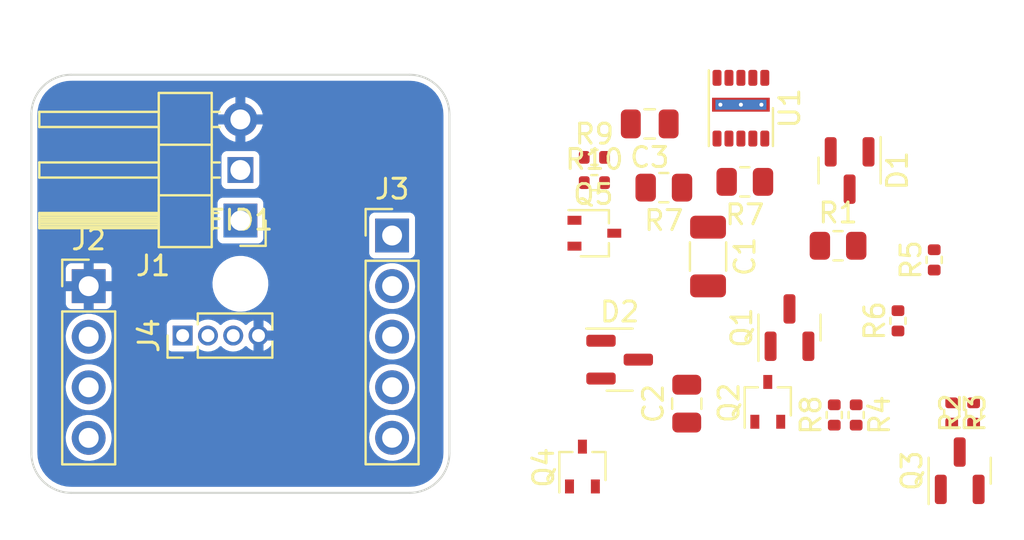
<source format=kicad_pcb>
(kicad_pcb (version 20211014) (generator pcbnew)
  (layers (0 "F.Cu" signal) (31 "B.Cu" signal) (34 "B.Paste" user) (35 "F.Paste" user) (36 "B.SilkS" user "B.Silkscreen") (37 "F.SilkS" user "F.Silkscreen") (38 "B.Mask" user) (39 "F.Mask" user) (44 "Edge.Cuts" user))
  (net 0 "")
  (net 1 "VBUS")
  (net 2 "GND")
  (net 3 "+5V")
  (net 4 "PF_M2")
  (net 5 "PF_M1")
  (net 6 "Net-(J1-Pad1)")
  (net 7 "G25")
  (net 8 "G21")
  (net 9 "G33_ADC")
  (net 10 "G23")
  (net 11 "G19")
  (net 12 "G22")
  (net 13 "+3V3")
  (net 14 "div")
  (net 19 "Net-(Q1-Pad2)")
  (net 20 "Net-(Q3-Pad2)")
  (net 21 "Net-(R5-Pad2)")
  (net 22 "Net-(D3-Pad1)")
  (footprint "Package_TO_SOT_SMD:SOT-323_SC-70" (layer "F.Cu") (at 45.18 37.18 90)
    (fp_text reference "Q4" (at -0.05 -1.95 90) (layer "F.SilkS"))
    (fp_text value "MUN5235")
    (fp_line (start -0.68 1.16) (end 0.73 1.16) (layer "F.SilkS") (width 0.12))
    (fp_line (start 0.73 0.5) (end 0.73 1.16) (layer "F.SilkS") (width 0.12))
    (fp_line (start 0.73 -1.16) (end -1.3 -1.16) (layer "F.SilkS") (width 0.12))
    (fp_line (start 0.73 -1.16) (end 0.73 -0.5) (layer "F.SilkS") (width 0.12))
    (pad "1" smd rect (at -1 -0.65) (size 0.45 0.7) (layers "F.Cu" "F.Paste" "F.Mask") (net 20 "Net-(Q3-Pad2)"))
    (pad "2" smd rect (at -1 0.65) (size 0.45 0.7) (layers "F.Cu" "F.Paste" "F.Mask") (net 2 "GND"))
    (pad "3" smd rect (at 1 0) (size 0.45 0.7) (layers "F.Cu" "F.Paste" "F.Mask") (net 7 "G25"))
  )
  (footprint "Resistor_SMD:R_0402_1005Metric" (layer "F.Cu") (at 61.03 29.86 90)
    (fp_text reference "R6" (at 0 -1.17 90) (layer "F.SilkS"))
    (fp_text value "DNP")
    (fp_line (start -0.153641 0.38) (end 0.153641 0.38) (layer "F.SilkS") (width 0.12))
    (fp_line (start -0.153641 -0.38) (end 0.153641 -0.38) (layer "F.SilkS") (width 0.12))
    (pad "1" smd roundrect (at -0.51 0 90) (size 0.54 0.64) (layers "F.Cu" "F.Paste" "F.Mask") (net 21 "Net-(R5-Pad2)"))
    (pad "2" smd roundrect (at 0.51 0 90) (size 0.54 0.64) (layers "F.Cu" "F.Paste" "F.Mask") (net 2 "GND"))
  )
  (footprint "Package_TO_SOT_SMD:SOT-323_SC-70" (layer "F.Cu") (at 45.78 25.46)
    (fp_text reference "Q5" (at -0.05 -1.95) (layer "F.SilkS"))
    (fp_text value "MUN5235")
    (fp_line (start 0.73 -1.16) (end -1.3 -1.16) (layer "F.SilkS") (width 0.12))
    (fp_line (start 0.73 -1.16) (end 0.73 -0.5) (layer "F.SilkS") (width 0.12))
    (fp_line (start 0.73 0.5) (end 0.73 1.16) (layer "F.SilkS") (width 0.12))
    (fp_line (start -0.68 1.16) (end 0.73 1.16) (layer "F.SilkS") (width 0.12))
    (pad "1" smd rect (at -1 -0.65 270) (size 0.45 0.7) (layers "F.Cu" "F.Paste" "F.Mask") (net 11 "G19"))
    (pad "2" smd rect (at -1 0.65 270) (size 0.45 0.7) (layers "F.Cu" "F.Paste" "F.Mask") (net 2 "GND"))
    (pad "3" smd rect (at 1 0 270) (size 0.45 0.7) (layers "F.Cu" "F.Paste" "F.Mask") (net 22 "Net-(D3-Pad1)"))
  )
  (footprint "Resistor_SMD:R_0402_1005Metric" (layer "F.Cu") (at 45.78 21.65)
    (fp_text reference "R9" (at 0 -1.17) (layer "F.SilkS"))
    (fp_text value "100")
    (fp_line (start -0.153641 -0.38) (end 0.153641 -0.38) (layer "F.SilkS") (width 0.12))
    (fp_line (start -0.153641 0.38) (end 0.153641 0.38) (layer "F.SilkS") (width 0.12))
    (pad "1" smd roundrect (at -0.51 0) (size 0.54 0.64) (layers "F.Cu" "F.Paste" "F.Mask") (net 22 "Net-(D3-Pad1)"))
    (pad "2" smd roundrect (at 0.51 0) (size 0.54 0.64) (layers "F.Cu" "F.Paste" "F.Mask") (net 6 "Net-(J1-Pad1)"))
  )
  (footprint "Connector_PinHeader_1.27mm:PinHeader_1x04_P1.27mm_Vertical" (layer "F.Cu") (at 25.1 30.6 90)
    (fp_text reference "J4" (at 0 -1.695 90) (layer "F.SilkS"))
    (fp_text value "PF cable")
    (fp_line (start 1.11 0.76) (end 1.11 4.505) (layer "F.SilkS") (width 0.12))
    (fp_line (start -1.11 -0.76) (end 0 -0.76) (layer "F.SilkS") (width 0.12))
    (fp_line (start 0.30753 4.505) (end 1.11 4.505) (layer "F.SilkS") (width 0.12))
    (fp_line (start -1.11 4.505) (end -0.30753 4.505) (layer "F.SilkS") (width 0.12))
    (fp_line (start -1.11 0) (end -1.11 -0.76) (layer "F.SilkS") (width 0.12))
    (fp_line (start -1.11 0.76) (end -0.563471 0.76) (layer "F.SilkS") (width 0.12))
    (fp_line (start -1.11 0.76) (end -1.11 4.505) (layer "F.SilkS") (width 0.12))
    (fp_line (start 0.563471 0.76) (end 1.11 0.76) (layer "F.SilkS") (width 0.12))
    (pad "1" thru_hole rect (at 0 0 90) (size 1 1) (drill 0.65) (layers *.Cu *.Mask) (net 1 "VBUS"))
    (pad "2" thru_hole oval (at 0 1.27 90) (size 1 1) (drill 0.65) (layers *.Cu *.Mask) (net 4 "PF_M2"))
    (pad "3" thru_hole oval (at 0 2.54 90) (size 1 1) (drill 0.65) (layers *.Cu *.Mask) (net 5 "PF_M1"))
    (pad "4" thru_hole oval (at 0 3.81 90) (size 1 1) (drill 0.65) (layers *.Cu *.Mask) (net 2 "GND"))
  )
  (footprint "Package_LGA:Texas_SIL0010A_MicroSiP-10-1EP_3.8x3mm_P0.6mm_EP0.7x2.9mm_ThermalVias" (layer "F.Cu") (at 53.14 19.18 -90)
    (fp_text reference "U1" (at 0 -2.45 90) (layer "F.SilkS"))
    (fp_text value "LMZM23600V5")
    (fp_line (start -1.9 1.61) (end 1.9 1.61) (layer "F.SilkS") (width 0.12))
    (fp_line (start 0 -1.61) (end 1.9 -1.61) (layer "F.SilkS") (width 0.12))
    (pad "1" smd roundrect (at -1.525 -1.2 270) (size 0.8 0.45) (layers "F.Cu" "F.Paste" "F.Mask") (net 2 "GND"))
    (pad "2" smd roundrect (at -1.525 -0.6 270) (size 0.8 0.45) (layers "F.Cu" "F.Paste" "F.Mask") (net 2 "GND"))
    (pad "3" smd roundrect (at -1.525 0 270) (size 0.8 0.45) (layers "F.Cu" "F.Paste" "F.Mask") (net 1 "VBUS"))
    (pad "4" smd roundrect (at -1.525 0.6 270) (size 0.8 0.45) (layers "F.Cu" "F.Paste" "F.Mask") (net 21 "Net-(R5-Pad2)"))
    (pad "5" smd roundrect (at -1.525 1.2 270) (size 0.8 0.45) (layers "F.Cu" "F.Paste" "F.Mask"))
    (pad "6" smd roundrect (at 1.525 1.2 270) (size 0.8 0.45) (layers "F.Cu" "F.Paste" "F.Mask") (net 3 "+5V"))
    (pad "7" smd roundrect (at 1.525 0.6 270) (size 0.8 0.45) (layers "F.Cu" "F.Paste" "F.Mask") (net 3 "+5V"))
    (pad "8" smd roundrect (at 1.525 0 270) (size 0.8 0.45) (layers "F.Cu" "F.Paste" "F.Mask"))
    (pad "9" smd roundrect (at 1.525 -0.6 270) (size 0.8 0.45) (layers "F.Cu" "F.Paste" "F.Mask"))
    (pad "10" smd roundrect (at 1.525 -1.2 270) (size 0.8 0.45) (layers "F.Cu" "F.Paste" "F.Mask"))
    (pad "11" smd rect (at -0.175 0 270) (size 0.5 2.56) (layers "B.Cu") (net 2 "GND"))
    (pad "11" thru_hole circle (at -0.175 -1.03 270) (size 0.5 0.5) (drill 0.2) (layers *.Cu) (net 2 "GND"))
    (pad "11" thru_hole circle (at -0.175 0 270) (size 0.5 0.5) (drill 0.2) (layers *.Cu) (net 2 "GND"))
    (pad "11" thru_hole circle (at -0.175 1.03 270) (size 0.5 0.5) (drill 0.2) (layers *.Cu) (net 2 "GND"))
    (pad "11" smd rect (at -0.175 0 270) (size 0.7 2.9) (layers "F.Cu" "F.Mask") (net 2 "GND"))
  )
  (footprint "Resistor_SMD:R_0402_1005Metric" (layer "F.Cu") (at 63.73 34.49 -90)
    (fp_text reference "R3" (at 0 -1.17 90) (layer "F.SilkS"))
    (fp_text value "3.3k")
    (fp_line (start -0.153641 -0.38) (end 0.153641 -0.38) (layer "F.SilkS") (width 0.12))
    (fp_line (start -0.153641 0.38) (end 0.153641 0.38) (layer "F.SilkS") (width 0.12))
    (pad "1" smd roundrect (at -0.51 0 270) (size 0.54 0.64) (layers "F.Cu" "F.Paste" "F.Mask") (net 1 "VBUS"))
    (pad "2" smd roundrect (at 0.51 0 270) (size 0.54 0.64) (layers "F.Cu" "F.Paste" "F.Mask") (net 14 "div"))
  )
  (footprint "Package_TO_SOT_SMD:SOT-23" (layer "F.Cu") (at 58.6 22.31 -90)
    (fp_text reference "D1" (at 0 -2.4 90) (layer "F.SilkS"))
    (fp_text value "PSM712")
    (fp_line (start 0 -1.56) (end 0.65 -1.56) (layer "F.SilkS") (width 0.12))
    (fp_line (start 0 1.56) (end -0.65 1.56) (layer "F.SilkS") (width 0.12))
    (fp_line (start 0 -1.56) (end -1.675 -1.56) (layer "F.SilkS") (width 0.12))
    (fp_line (start 0 1.56) (end 0.65 1.56) (layer "F.SilkS") (width 0.12))
    (pad "1" smd roundrect (at -0.9375 -0.95 270) (size 1.475 0.6) (layers "F.Cu" "F.Paste" "F.Mask") (net 5 "PF_M1"))
    (pad "2" smd roundrect (at -0.9375 0.95 270) (size 1.475 0.6) (layers "F.Cu" "F.Paste" "F.Mask") (net 4 "PF_M2"))
    (pad "3" smd roundrect (at 0.9375 0 270) (size 1.475 0.6) (layers "F.Cu" "F.Paste" "F.Mask") (net 2 "GND"))
  )
  (footprint "Resistor_SMD:R_0402_1005Metric" (layer "F.Cu") (at 62.85 26.8 90)
    (fp_text reference "R5" (at 0 -1.17 90) (layer "F.SilkS"))
    (fp_text value "0")
    (fp_line (start -0.153641 0.38) (end 0.153641 0.38) (layer "F.SilkS") (width 0.12))
    (fp_line (start -0.153641 -0.38) (end 0.153641 -0.38) (layer "F.SilkS") (width 0.12))
    (pad "1" smd roundrect (at -0.51 0 90) (size 0.54 0.64) (layers "F.Cu" "F.Paste" "F.Mask") (net 1 "VBUS"))
    (pad "2" smd roundrect (at 0.51 0 90) (size 0.54 0.64) (layers "F.Cu" "F.Paste" "F.Mask") (net 21 "Net-(R5-Pad2)"))
  )
  (footprint "Resistor_SMD:R_0402_1005Metric" (layer "F.Cu") (at 45.78 22.92)
    (fp_text reference "R10" (at 0 -1.17) (layer "F.SilkS"))
    (fp_text value "?")
    (fp_line (start -0.153641 -0.38) (end 0.153641 -0.38) (layer "F.SilkS") (width 0.12))
    (fp_line (start -0.153641 0.38) (end 0.153641 0.38) (layer "F.SilkS") (width 0.12))
    (pad "1" smd roundrect (at -0.51 0) (size 0.54 0.64) (layers "F.Cu" "F.Paste" "F.Mask") (net 3 "+5V"))
    (pad "2" smd roundrect (at 0.51 0) (size 0.54 0.64) (layers "F.Cu" "F.Paste" "F.Mask") (net 22 "Net-(D3-Pad1)"))
  )
  (footprint "Resistor_SMD:R_0805_2012Metric" (layer "F.Cu") (at 58.02 26.09)
    (fp_text reference "R1" (at 0 -1.65) (layer "F.SilkS"))
    (fp_text value "2.2k")
    (fp_line (start -0.227064 0.735) (end 0.227064 0.735) (layer "F.SilkS") (width 0.12))
    (fp_line (start -0.227064 -0.735) (end 0.227064 -0.735) (layer "F.SilkS") (width 0.12))
    (pad "1" smd roundrect (at -0.9125 0) (size 1.025 1.4) (layers "F.Cu" "F.Paste" "F.Mask") (roundrect_rratio 0.243902) (net 4 "PF_M2"))
    (pad "2" smd roundrect (at 0.9125 0) (size 1.025 1.4) (layers "F.Cu" "F.Paste" "F.Mask") (roundrect_rratio 0.243902) (net 2 "GND"))
  )
  (footprint "Package_TO_SOT_SMD:SOT-23" (layer "F.Cu") (at 47.05 31.81)
    (fp_text reference "D2" (at 0 -2.4) (layer "F.SilkS"))
    (fp_text value "PSM712")
    (fp_line (start 0 1.56) (end -0.65 1.56) (layer "F.SilkS") (width 0.12))
    (fp_line (start 0 -1.56) (end -1.675 -1.56) (layer "F.SilkS") (width 0.12))
    (fp_line (start 0 1.56) (end 0.65 1.56) (layer "F.SilkS") (width 0.12))
    (fp_line (start 0 -1.56) (end 0.65 -1.56) (layer "F.SilkS") (width 0.12))
    (pad "1" smd roundrect (at -0.9375 -0.95) (size 1.475 0.6) (layers "F.Cu" "F.Paste" "F.Mask") (net 1 "VBUS"))
    (pad "2" smd roundrect (at -0.9375 0.95) (size 1.475 0.6) (layers "F.Cu" "F.Paste" "F.Mask") (net 1 "VBUS"))
    (pad "3" smd roundrect (at 0.9375 0) (size 1.475 0.6) (layers "F.Cu" "F.Paste" "F.Mask") (net 2 "GND"))
  )
  (footprint "Capacitor_SMD:C_0805_2012Metric" (layer "F.Cu") (at 50.42 34.02 90)
    (fp_text reference "C2" (at 0 -1.68 90) (layer "F.SilkS"))
    (fp_text value "10u")
    (fp_line (start -0.261252 0.735) (end 0.261252 0.735) (layer "F.SilkS") (width 0.12))
    (fp_line (start -0.261252 -0.735) (end 0.261252 -0.735) (layer "F.SilkS") (width 0.12))
    (pad "1" smd roundrect (at -0.95 0 90) (size 1 1.45) (layers "F.Cu" "F.Paste" "F.Mask") (net 3 "+5V"))
    (pad "2" smd roundrect (at 0.95 0 90) (size 1 1.45) (layers "F.Cu" "F.Paste" "F.Mask") (net 2 "GND"))
  )
  (footprint "Connector_PinHeader_2.54mm:PinHeader_1x05_P2.54mm_Vertical" (layer "F.Cu") (at 35.62 25.575)
    (fp_text reference "J3" (at 0 -2.33) (layer "F.SilkS"))
    (fp_text value "Atom2")
    (fp_line (start -1.33 1.27) (end -1.33 11.49) (layer "F.SilkS") (width 0.12))
    (fp_line (start -1.33 0) (end -1.33 -1.33) (layer "F.SilkS") (width 0.12))
    (fp_line (start 1.33 1.27) (end 1.33 11.49) (layer "F.SilkS") (width 0.12))
    (fp_line (start -1.33 -1.33) (end 0 -1.33) (layer "F.SilkS") (width 0.12))
    (fp_line (start -1.33 11.49) (end 1.33 11.49) (layer "F.SilkS") (width 0.12))
    (fp_line (start -1.33 1.27) (end 1.33 1.27) (layer "F.SilkS") (width 0.12))
    (pad "1" thru_hole rect (at 0 0) (size 1.7 1.7) (drill 1) (layers *.Cu *.Mask) (net 9 "G33_ADC"))
    (pad "2" thru_hole oval (at 0 2.54) (size 1.7 1.7) (drill 1) (layers *.Cu *.Mask) (net 10 "G23"))
    (pad "3" thru_hole oval (at 0 5.08) (size 1.7 1.7) (drill 1) (layers *.Cu *.Mask) (net 11 "G19"))
    (pad "4" thru_hole oval (at 0 7.62) (size 1.7 1.7) (drill 1) (layers *.Cu *.Mask) (net 12 "G22"))
    (pad "5" thru_hole oval (at 0 10.16) (size 1.7 1.7) (drill 1) (layers *.Cu *.Mask) (net 13 "+3V3"))
  )
  (footprint "Resistor_SMD:R_0402_1005Metric" (layer "F.Cu") (at 64.83 34.49 90)
    (fp_text reference "R2" (at 0 -1.17 90) (layer "F.SilkS"))
    (fp_text value "2.2k")
    (fp_line (start -0.153641 -0.38) (end 0.153641 -0.38) (layer "F.SilkS") (width 0.12))
    (fp_line (start -0.153641 0.38) (end 0.153641 0.38) (layer "F.SilkS") (width 0.12))
    (pad "1" smd roundrect (at -0.51 0 90) (size 0.54 0.64) (layers "F.Cu" "F.Paste" "F.Mask") (net 14 "div"))
    (pad "2" smd roundrect (at 0.51 0 90) (size 0.54 0.64) (layers "F.Cu" "F.Paste" "F.Mask") (net 2 "GND"))
  )
  (footprint "Resistor_SMD:R_0402_1005Metric" (layer "F.Cu") (at 58.93 34.59 -90)
    (fp_text reference "R4" (at 0 -1.17 90) (layer "F.SilkS"))
    (fp_text value "12k")
    (fp_line (start -0.153641 0.38) (end 0.153641 0.38) (layer "F.SilkS") (width 0.12))
    (fp_line (start -0.153641 -0.38) (end 0.153641 -0.38) (layer "F.SilkS") (width 0.12))
    (pad "1" smd roundrect (at -0.51 0 270) (size 0.54 0.64) (layers "F.Cu" "F.Paste" "F.Mask") (net 1 "VBUS"))
    (pad "2" smd roundrect (at 0.51 0 270) (size 0.54 0.64) (layers "F.Cu" "F.Paste" "F.Mask") (net 9 "G33_ADC"))
  )
  (footprint "Resistor_SMD:R_0402_1005Metric" (layer "F.Cu") (at 57.83 34.59 90)
    (fp_text reference "R8" (at 0 -1.17 90) (layer "F.SilkS"))
    (fp_text value "3.3k")
    (fp_line (start -0.153641 -0.38) (end 0.153641 -0.38) (layer "F.SilkS") (width 0.12))
    (fp_line (start -0.153641 0.38) (end 0.153641 0.38) (layer "F.SilkS") (width 0.12))
    (pad "1" smd roundrect (at -0.51 0 90) (size 0.54 0.64) (layers "F.Cu" "F.Paste" "F.Mask") (net 9 "G33_ADC"))
    (pad "2" smd roundrect (at 0.51 0 90) (size 0.54 0.64) (layers "F.Cu" "F.Paste" "F.Mask") (net 2 "GND"))
  )
  (footprint "Package_TO_SOT_SMD:SOT-23" (layer "F.Cu") (at 55.58 30.2 90)
    (fp_text reference "Q1" (at 0 -2.4 90) (layer "F.SilkS"))
    (fp_text value "AS2309")
    (fp_line (start 0 1.56) (end -0.65 1.56) (layer "F.SilkS") (width 0.12))
    (fp_line (start 0 1.56) (end 0.65 1.56) (layer "F.SilkS") (width 0.12))
    (fp_line (start 0 -1.56) (end -1.675 -1.56) (layer "F.SilkS") (width 0.12))
    (fp_line (start 0 -1.56) (end 0.65 -1.56) (layer "F.SilkS") (width 0.12))
    (pad "1" smd roundrect (at -0.9375 -0.95 90) (size 1.475 0.6) (layers "F.Cu" "F.Paste" "F.Mask") (net 14 "div"))
    (pad "2" smd roundrect (at -0.9375 0.95 90) (size 1.475 0.6) (layers "F.Cu" "F.Paste" "F.Mask") (net 19 "Net-(Q1-Pad2)"))
    (pad "3" smd roundrect (at 0.9375 0 90) (size 1.475 0.6) (layers "F.Cu" "F.Paste" "F.Mask") (net 4 "PF_M2"))
  )
  (footprint "Resistor_SMD:R_0805_2012Metric" (layer "F.Cu") (at 53.3375 22.88 180)
    (fp_text reference "R7" (at 0 -1.65) (layer "F.SilkS"))
    (fp_text value "2.2k")
    (fp_line (start -0.227064 0.735) (end 0.227064 0.735) (layer "F.SilkS") (width 0.12))
    (fp_line (start -0.227064 -0.735) (end 0.227064 -0.735) (layer "F.SilkS") (width 0.12))
    (pad "1" smd roundrect (at -0.9125 0 180) (size 1.025 1.4) (layers "F.Cu" "F.Paste" "F.Mask") (roundrect_rratio 0.243902) (net 5 "PF_M1"))
    (pad "2" smd roundrect (at 0.9125 0 180) (size 1.025 1.4) (layers "F.Cu" "F.Paste" "F.Mask") (roundrect_rratio 0.243902) (net 2 "GND"))
  )
  (footprint "Package_TO_SOT_SMD:SOT-323_SC-70" (layer "F.Cu") (at 54.49 33.93 90)
    (fp_text reference "Q2" (at -0.05 -1.95 90) (layer "F.SilkS"))
    (fp_text value "MUN5235")
    (fp_line (start 0.73 -1.16) (end -1.3 -1.16) (layer "F.SilkS") (width 0.12))
    (fp_line (start -0.68 1.16) (end 0.73 1.16) (layer "F.SilkS") (width 0.12))
    (fp_line (start 0.73 0.5) (end 0.73 1.16) (layer "F.SilkS") (width 0.12))
    (fp_line (start 0.73 -1.16) (end 0.73 -0.5) (layer "F.SilkS") (width 0.12))
    (pad "1" smd rect (at -1 -0.65) (size 0.45 0.7) (layers "F.Cu" "F.Paste" "F.Mask") (net 19 "Net-(Q1-Pad2)"))
    (pad "2" smd rect (at -1 0.65) (size 0.45 0.7) (layers "F.Cu" "F.Paste" "F.Mask") (net 2 "GND"))
    (pad "3" smd rect (at 1 0) (size 0.45 0.7) (layers "F.Cu" "F.Paste" "F.Mask") (net 8 "G21"))
  )
  (footprint "Connector_PinHeader_2.54mm:PinHeader_1x03_P2.54mm_Horizontal" (layer "F.Cu") (at 28 24.825 180)
    (fp_text reference "J1" (at 4.385 -2.27) (layer "F.SilkS"))
    (fp_text value "Conn_01x03")
    (fp_line (start 4.1 0.04) (end 10.1 0.04) (layer "F.SilkS") (width 0.12))
    (fp_line (start 10.1 4.7) (end 10.1 5.46) (layer "F.SilkS") (width 0.12))
    (fp_line (start 4.1 4.7) (end 10.1 4.7) (layer "F.SilkS") (width 0.12))
    (fp_line (start 4.1 0.28) (end 10.1 0.28) (layer "F.SilkS") (width 0.12))
    (fp_line (start 1.042929 2.92) (end 1.44 2.92) (layer "F.SilkS") (width 0.12))
    (fp_line (start 4.1 2.16) (end 10.1 2.16) (layer "F.SilkS") (width 0.12))
    (fp_line (start 10.1 2.92) (end 4.1 2.92) (layer "F.SilkS") (width 0.12))
    (fp_line (start 4.1 0.16) (end 10.1 0.16) (layer "F.SilkS") (width 0.12))
    (fp_line (start 4.1 -0.08) (end 10.1 -0.08) (layer "F.SilkS") (width 0.12))
    (fp_line (start 4.1 -0.38) (end 10.1 -0.38) (layer "F.SilkS") (width 0.12))
    (fp_line (start 4.1 -0.2) (end 10.1 -0.2) (layer "F.SilkS") (width 0.12))
    (fp_line (start 1.042929 2.16) (end 1.44 2.16) (layer "F.SilkS") (width 0.12))
    (fp_line (start 1.042929 5.46) (end 1.44 5.46) (layer "F.SilkS") (width 0.12))
    (fp_line (start 1.44 -1.33) (end 1.44 6.41) (layer "F.SilkS") (width 0.12))
    (fp_line (start -1.27 0) (end -1.27 -1.27) (layer "F.SilkS") (width 0.12))
    (fp_line (start 10.1 2.16) (end 10.1 2.92) (layer "F.SilkS") (width 0.12))
    (fp_line (start 4.1 6.41) (end 4.1 -1.33) (layer "F.SilkS") (width 0.12))
    (fp_line (start 10.1 -0.38) (end 10.1 0.38) (layer "F.SilkS") (width 0.12))
    (fp_line (start 10.1 0.38) (end 4.1 0.38) (layer "F.SilkS") (width 0.12))
    (fp_line (start 1.44 3.81) (end 4.1 3.81) (layer "F.SilkS") (width 0.12))
    (fp_line (start 1.44 6.41) (end 4.1 6.41) (layer "F.SilkS") (width 0.12))
    (fp_line (start 1.042929 4.7) (end 1.44 4.7) (layer "F.SilkS") (width 0.12))
    (fp_line (start 10.1 5.46) (end 4.1 5.46) (layer "F.SilkS") (width 0.12))
    (fp_line (start 1.44 1.27) (end 4.1 1.27) (layer "F.SilkS") (width 0.12))
    (fp_line (start 4.1 -0.32) (end 10.1 -0.32) (layer "F.SilkS") (width 0.12))
    (fp_line (start 1.11 0.38) (end 1.44 0.38) (layer "F.SilkS") (width 0.12))
    (fp_line (start 1.11 -0.38) (end 1.44 -0.38) (layer "F.SilkS") (width 0.12))
    (fp_line (start 4.1 -1.33) (end 1.44 -1.33) (layer "F.SilkS") (width 0.12))
    (fp_line (start -1.27 -1.27) (end 0 -1.27) (layer "F.SilkS") (width 0.12))
    (pad "1" thru_hole rect (at 0 0 180) (size 1.7 1.7) (drill 1) (layers *.Cu *.Mask) (net 6 "Net-(J1-Pad1)"))
    (pad "2" thru_hole rect (at 0 2.54 180) (size 1.3 1.3) (drill 1) (layers *.Cu *.Mask) (net 3 "+5V"))
    (pad "3" thru_hole oval (at 0 5.08 180) (size 1.7 1.7) (drill 1) (layers *.Cu *.Mask) (net 2 "GND"))
  )
  (footprint "Capacitor_SMD:C_0805_2012Metric" (layer "F.Cu") (at 48.56 19.97 180)
    (fp_text reference "C3" (at 0 -1.68) (layer "F.SilkS"))
    (fp_text value "10u")
    (fp_line (start -0.261252 0.735) (end 0.261252 0.735) (layer "F.SilkS") (width 0.12))
    (fp_line (start -0.261252 -0.735) (end 0.261252 -0.735) (layer "F.SilkS") (width 0.12))
    (pad "1" smd roundrect (at -0.95 0 180) (size 1 1.45) (layers "F.Cu" "F.Paste" "F.Mask") (net 3 "+5V"))
    (pad "2" smd roundrect (at 0.95 0 180) (size 1 1.45) (layers "F.Cu" "F.Paste" "F.Mask") (net 2 "GND"))
  )
  (footprint "Capacitor_SMD:C_1206_3216Metric" (layer "F.Cu") (at 51.49 26.63 -90)
    (fp_text reference "C1" (at 0 -1.85 90) (layer "F.SilkS"))
    (fp_text value "10u")
    (fp_line (start -0.711252 0.91) (end 0.711252 0.91) (layer "F.SilkS") (width 0.12))
    (fp_line (start -0.711252 -0.91) (end 0.711252 -0.91) (layer "F.SilkS") (width 0.12))
    (pad "1" smd roundrect (at -1.475 0 270) (size 1.15 1.8) (layers "F.Cu" "F.Paste" "F.Mask") (roundrect_rratio 0.217391) (net 1 "VBUS"))
    (pad "2" smd roundrect (at 1.475 0 270) (size 1.15 1.8) (layers "F.Cu" "F.Paste" "F.Mask") (roundrect_rratio 0.217391) (net 2 "GND"))
  )
  (footprint "Package_TO_SOT_SMD:SOT-23" (layer "F.Cu") (at 64.13 37.39 90)
    (fp_text reference "Q3" (at 0 -2.4 90) (layer "F.SilkS"))
    (fp_text value "AS2309")
    (fp_line (start 0 -1.56) (end -1.675 -1.56) (layer "F.SilkS") (width 0.12))
    (fp_line (start 0 1.56) (end -0.65 1.56) (layer "F.SilkS") (width 0.12))
    (fp_line (start 0 1.56) (end 0.65 1.56) (layer "F.SilkS") (width 0.12))
    (fp_line (start 0 -1.56) (end 0.65 -1.56) (layer "F.SilkS") (width 0.12))
    (pad "1" smd roundrect (at -0.9375 -0.95 90) (size 1.475 0.6) (layers "F.Cu" "F.Paste" "F.Mask") (net 14 "div"))
    (pad "2" smd roundrect (at -0.9375 0.95 90) (size 1.475 0.6) (layers "F.Cu" "F.Paste" "F.Mask") (net 20 "Net-(Q3-Pad2)"))
    (pad "3" smd roundrect (at 0.9375 0 90) (size 1.475 0.6) (layers "F.Cu" "F.Paste" "F.Mask") (net 5 "PF_M1"))
  )
  (footprint "Resistor_SMD:R_0805_2012Metric" (layer "F.Cu") (at 49.27 23.17 180)
    (fp_text reference "R7" (at 0 -1.65) (layer "F.SilkS"))
    (fp_text value "2.2k")
    (fp_line (start -0.227064 -0.735) (end 0.227064 -0.735) (layer "F.SilkS") (width 0.12))
    (fp_line (start -0.227064 0.735) (end 0.227064 0.735) (layer "F.SilkS") (width 0.12))
    (pad "1" smd roundrect (at -0.9125 0 180) (size 1.025 1.4) (layers "F.Cu" "F.Paste" "F.Mask") (roundrect_rratio 0.243902) (net 5 "PF_M1"))
    (pad "2" smd roundrect (at 0.9125 0 180) (size 1.025 1.4) (layers "F.Cu" "F.Paste" "F.Mask") (roundrect_rratio 0.243902) (net 2 "GND"))
  )
  (footprint "Connector_PinHeader_2.54mm:PinHeader_1x04_P2.54mm_Vertical" (layer "F.Cu") (at 20.38 28.12)
    (fp_text reference "J2" (at 0 -2.33) (layer "F.SilkS"))
    (fp_text value "Atom1")
    (fp_line (start -1.33 1.27) (end 1.33 1.27) (layer "F.SilkS") (width 0.12))
    (fp_line (start -1.33 -1.33) (end 0 -1.33) (layer "F.SilkS") (width 0.12))
    (fp_line (start -1.33 0) (end -1.33 -1.33) (layer "F.SilkS") (width 0.12))
    (fp_line (start 1.33 1.27) (end 1.33 8.95) (layer "F.SilkS") (width 0.12))
    (fp_line (start -1.33 1.27) (end -1.33 8.95) (layer "F.SilkS") (width 0.12))
    (fp_line (start -1.33 8.95) (end 1.33 8.95) (layer "F.SilkS") (width 0.12))
    (pad "1" thru_hole rect (at 0 0) (size 1.7 1.7) (drill 1) (layers *.Cu *.Mask) (net 2 "GND"))
    (pad "2" thru_hole oval (at 0 2.54) (size 1.7 1.7) (drill 1) (layers *.Cu *.Mask) (net 3 "+5V"))
    (pad "3" thru_hole oval (at 0 5.08) (size 1.7 1.7) (drill 1) (layers *.Cu *.Mask) (net 7 "G25"))
    (pad "4" thru_hole oval (at 0 7.62) (size 1.7 1.7) (drill 1) (layers *.Cu *.Mask) (net 8 "G21"))
  )
  (footprint "MountingHole:MountingHole_2.2mm_M2" (layer "F.Cu") (at 28 28)
    (fp_text reference "FID1" (at 0 -3.2) (layer "F.SilkS"))
    (fp_text value "M2 hole")
    (pad "" np_thru_hole circle (at 0 0) (size 2.2 2.2) (drill 2.2) (layers *.Cu *.Mask))
  )
  (gr_line (start 38.5 19.5) (end 38.5 36.5) (layer "Edge.Cuts") (width 0.1))
  (gr_line (start 36.5 38.5) (end 19.5 38.5) (layer "Edge.Cuts") (width 0.1))
  (gr_line (start 17.5 36.5) (end 17.5 19.5) (layer "Edge.Cuts") (width 0.1))
  (gr_arc (start 19.5 38.5) (mid 18.085786 37.914214) (end 17.5 36.5) (layer "Edge.Cuts") (width 0.1))
  (gr_line (start 19.5 17.5) (end 36.5 17.5) (layer "Edge.Cuts") (width 0.1))
  (gr_arc (start 38.5 36.5) (mid 37.914214 37.914214) (end 36.5 38.5) (layer "Edge.Cuts") (width 0.1))
  (gr_arc (start 36.5 17.5) (mid 37.914214 18.085786) (end 38.5 19.5) (layer "Edge.Cuts") (width 0.1))
  (gr_arc (start 17.5 19.5) (mid 18.085786 18.085786) (end 19.5 17.5) (layer "Edge.Cuts") (width 0.1))
  (zone (net 2) (net_name "GND") (layer "B.Cu") (connect_pads (clearance 0.3)) (min_thickness 0.15) (fill yes (thermal_gap 0.3) (thermal_bridge_width 0.5))
    (polygon (pts (xy 38.5 38.5) (xy 17.5 38.5) (xy 17.5 17.5) (xy 38.5 17.5)))
  )
)
</source>
